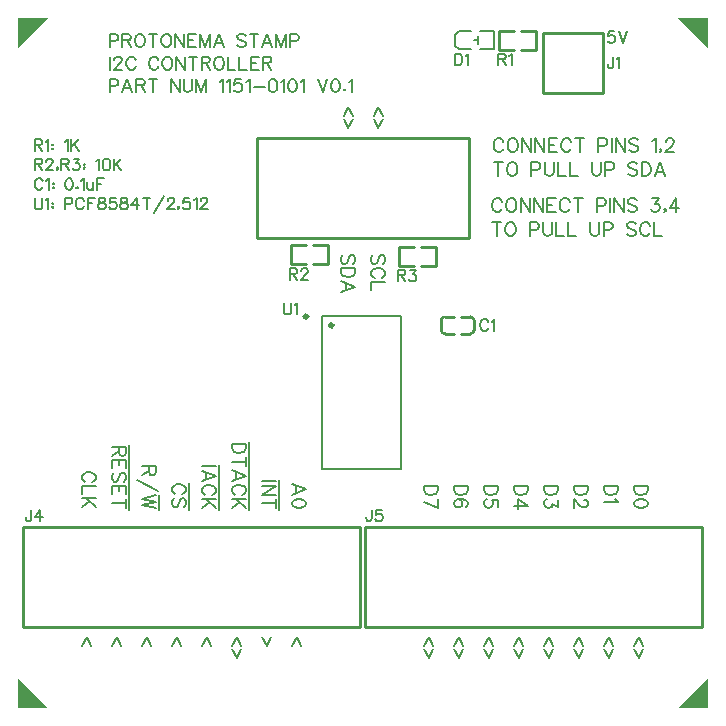
<source format=gto>
G04 Layer: TopSilkscreenLayer*
G04 Panelize: , Column: 2, Row: 2, Board Size: 58.42mm x 58.42mm, Panelized Board Size: 118.84mm x 118.84mm*
G04 EasyEDA v6.5.34, 2023-08-21 18:11:39*
G04 cee4ee92fcc340cbb195a6d854c32cc1,5a6b42c53f6a479593ecc07194224c93,10*
G04 Gerber Generator version 0.2*
G04 Scale: 100 percent, Rotated: No, Reflected: No *
G04 Dimensions in millimeters *
G04 leading zeros omitted , absolute positions ,4 integer and 5 decimal *
%FSLAX45Y45*%
%MOMM*%

%ADD10C,0.1524*%
%ADD11C,0.1270*%
%ADD12C,0.1500*%
%ADD13C,0.2540*%
%ADD14C,0.3000*%
%ADD15C,0.0139*%

%LPD*%
D10*
X774700Y5322315D02*
G01*
X774700Y5213350D01*
X774700Y5322315D02*
G01*
X821436Y5322315D01*
X836929Y5317236D01*
X842263Y5311902D01*
X847344Y5301487D01*
X847344Y5285994D01*
X842263Y5275579D01*
X836929Y5270500D01*
X821436Y5265165D01*
X774700Y5265165D01*
X923289Y5322315D02*
G01*
X881634Y5213350D01*
X923289Y5322315D02*
G01*
X964945Y5213350D01*
X897381Y5249671D02*
G01*
X949197Y5249671D01*
X999236Y5322315D02*
G01*
X999236Y5213350D01*
X999236Y5322315D02*
G01*
X1045971Y5322315D01*
X1061465Y5317236D01*
X1066800Y5311902D01*
X1071879Y5301487D01*
X1071879Y5291073D01*
X1066800Y5280660D01*
X1061465Y5275579D01*
X1045971Y5270500D01*
X999236Y5270500D01*
X1035557Y5270500D02*
G01*
X1071879Y5213350D01*
X1142492Y5322315D02*
G01*
X1142492Y5213350D01*
X1106170Y5322315D02*
G01*
X1178813Y5322315D01*
X1293113Y5322315D02*
G01*
X1293113Y5213350D01*
X1293113Y5322315D02*
G01*
X1366012Y5213350D01*
X1366012Y5322315D02*
G01*
X1366012Y5213350D01*
X1400302Y5322315D02*
G01*
X1400302Y5244337D01*
X1405381Y5228844D01*
X1415795Y5218429D01*
X1431289Y5213350D01*
X1441704Y5213350D01*
X1457452Y5218429D01*
X1467865Y5228844D01*
X1472945Y5244337D01*
X1472945Y5322315D01*
X1507236Y5322315D02*
G01*
X1507236Y5213350D01*
X1507236Y5322315D02*
G01*
X1548892Y5213350D01*
X1590294Y5322315D02*
G01*
X1548892Y5213350D01*
X1590294Y5322315D02*
G01*
X1590294Y5213350D01*
X1704594Y5301487D02*
G01*
X1715007Y5306821D01*
X1730755Y5322315D01*
X1730755Y5213350D01*
X1765045Y5301487D02*
G01*
X1775460Y5306821D01*
X1790954Y5322315D01*
X1790954Y5213350D01*
X1887473Y5322315D02*
G01*
X1835657Y5322315D01*
X1830323Y5275579D01*
X1835657Y5280660D01*
X1851152Y5285994D01*
X1866900Y5285994D01*
X1882394Y5280660D01*
X1892807Y5270500D01*
X1897887Y5254752D01*
X1897887Y5244337D01*
X1892807Y5228844D01*
X1882394Y5218429D01*
X1866900Y5213350D01*
X1851152Y5213350D01*
X1835657Y5218429D01*
X1830323Y5223510D01*
X1825244Y5233923D01*
X1932177Y5301487D02*
G01*
X1942591Y5306821D01*
X1958340Y5322315D01*
X1958340Y5213350D01*
X1992629Y5260086D02*
G01*
X2086102Y5260086D01*
X2151379Y5322315D02*
G01*
X2135886Y5317236D01*
X2125472Y5301487D01*
X2120391Y5275579D01*
X2120391Y5260086D01*
X2125472Y5233923D01*
X2135886Y5218429D01*
X2151379Y5213350D01*
X2161793Y5213350D01*
X2177541Y5218429D01*
X2187956Y5233923D01*
X2193036Y5260086D01*
X2193036Y5275579D01*
X2187956Y5301487D01*
X2177541Y5317236D01*
X2161793Y5322315D01*
X2151379Y5322315D01*
X2227325Y5301487D02*
G01*
X2237740Y5306821D01*
X2253234Y5322315D01*
X2253234Y5213350D01*
X2318765Y5322315D02*
G01*
X2303272Y5317236D01*
X2292858Y5301487D01*
X2287524Y5275579D01*
X2287524Y5260086D01*
X2292858Y5233923D01*
X2303272Y5218429D01*
X2318765Y5213350D01*
X2329179Y5213350D01*
X2344674Y5218429D01*
X2355088Y5233923D01*
X2360422Y5260086D01*
X2360422Y5275579D01*
X2355088Y5301487D01*
X2344674Y5317236D01*
X2329179Y5322315D01*
X2318765Y5322315D01*
X2394711Y5301487D02*
G01*
X2405125Y5306821D01*
X2420620Y5322315D01*
X2420620Y5213350D01*
X2534920Y5322315D02*
G01*
X2576575Y5213350D01*
X2617977Y5322315D02*
G01*
X2576575Y5213350D01*
X2683509Y5322315D02*
G01*
X2668015Y5317236D01*
X2657602Y5301487D01*
X2652268Y5275579D01*
X2652268Y5260086D01*
X2657602Y5233923D01*
X2668015Y5218429D01*
X2683509Y5213350D01*
X2693924Y5213350D01*
X2709418Y5218429D01*
X2719831Y5233923D01*
X2725165Y5260086D01*
X2725165Y5275579D01*
X2719831Y5301487D01*
X2709418Y5317236D01*
X2693924Y5322315D01*
X2683509Y5322315D01*
X2764536Y5239257D02*
G01*
X2759456Y5233923D01*
X2764536Y5228844D01*
X2769870Y5233923D01*
X2764536Y5239257D01*
X2804159Y5301487D02*
G01*
X2814320Y5306821D01*
X2830068Y5322315D01*
X2830068Y5213350D01*
X774700Y5512815D02*
G01*
X774700Y5403850D01*
X814070Y5486907D02*
G01*
X814070Y5491987D01*
X819404Y5502402D01*
X824484Y5507736D01*
X834897Y5512815D01*
X855726Y5512815D01*
X866139Y5507736D01*
X871220Y5502402D01*
X876554Y5491987D01*
X876554Y5481573D01*
X871220Y5471160D01*
X861060Y5455665D01*
X808989Y5403850D01*
X881634Y5403850D01*
X993902Y5486907D02*
G01*
X988821Y5497321D01*
X978407Y5507736D01*
X967994Y5512815D01*
X947165Y5512815D01*
X936752Y5507736D01*
X926337Y5497321D01*
X921257Y5486907D01*
X915923Y5471160D01*
X915923Y5445252D01*
X921257Y5429757D01*
X926337Y5419344D01*
X936752Y5408929D01*
X947165Y5403850D01*
X967994Y5403850D01*
X978407Y5408929D01*
X988821Y5419344D01*
X993902Y5429757D01*
X1186179Y5486907D02*
G01*
X1181100Y5497321D01*
X1170686Y5507736D01*
X1160271Y5512815D01*
X1139444Y5512815D01*
X1129029Y5507736D01*
X1118615Y5497321D01*
X1113536Y5486907D01*
X1108202Y5471160D01*
X1108202Y5445252D01*
X1113536Y5429757D01*
X1118615Y5419344D01*
X1129029Y5408929D01*
X1139444Y5403850D01*
X1160271Y5403850D01*
X1170686Y5408929D01*
X1181100Y5419344D01*
X1186179Y5429757D01*
X1251712Y5512815D02*
G01*
X1241297Y5507736D01*
X1230884Y5497321D01*
X1225550Y5486907D01*
X1220470Y5471160D01*
X1220470Y5445252D01*
X1225550Y5429757D01*
X1230884Y5419344D01*
X1241297Y5408929D01*
X1251712Y5403850D01*
X1272539Y5403850D01*
X1282700Y5408929D01*
X1293113Y5419344D01*
X1298447Y5429757D01*
X1303528Y5445252D01*
X1303528Y5471160D01*
X1298447Y5486907D01*
X1293113Y5497321D01*
X1282700Y5507736D01*
X1272539Y5512815D01*
X1251712Y5512815D01*
X1337818Y5512815D02*
G01*
X1337818Y5403850D01*
X1337818Y5512815D02*
G01*
X1410715Y5403850D01*
X1410715Y5512815D02*
G01*
X1410715Y5403850D01*
X1481328Y5512815D02*
G01*
X1481328Y5403850D01*
X1445005Y5512815D02*
G01*
X1517650Y5512815D01*
X1551939Y5512815D02*
G01*
X1551939Y5403850D01*
X1551939Y5512815D02*
G01*
X1598676Y5512815D01*
X1614170Y5507736D01*
X1619504Y5502402D01*
X1624584Y5491987D01*
X1624584Y5481573D01*
X1619504Y5471160D01*
X1614170Y5466079D01*
X1598676Y5461000D01*
X1551939Y5461000D01*
X1588262Y5461000D02*
G01*
X1624584Y5403850D01*
X1690115Y5512815D02*
G01*
X1679702Y5507736D01*
X1669287Y5497321D01*
X1664207Y5486907D01*
X1658873Y5471160D01*
X1658873Y5445252D01*
X1664207Y5429757D01*
X1669287Y5419344D01*
X1679702Y5408929D01*
X1690115Y5403850D01*
X1710944Y5403850D01*
X1721357Y5408929D01*
X1731771Y5419344D01*
X1736852Y5429757D01*
X1742186Y5445252D01*
X1742186Y5471160D01*
X1736852Y5486907D01*
X1731771Y5497321D01*
X1721357Y5507736D01*
X1710944Y5512815D01*
X1690115Y5512815D01*
X1776476Y5512815D02*
G01*
X1776476Y5403850D01*
X1776476Y5403850D02*
G01*
X1838705Y5403850D01*
X1872995Y5512815D02*
G01*
X1872995Y5403850D01*
X1872995Y5403850D02*
G01*
X1935479Y5403850D01*
X1969770Y5512815D02*
G01*
X1969770Y5403850D01*
X1969770Y5512815D02*
G01*
X2037079Y5512815D01*
X1969770Y5461000D02*
G01*
X2011172Y5461000D01*
X1969770Y5403850D02*
G01*
X2037079Y5403850D01*
X2071370Y5512815D02*
G01*
X2071370Y5403850D01*
X2071370Y5512815D02*
G01*
X2118359Y5512815D01*
X2133854Y5507736D01*
X2138934Y5502402D01*
X2144268Y5491987D01*
X2144268Y5481573D01*
X2138934Y5471160D01*
X2133854Y5466079D01*
X2118359Y5461000D01*
X2071370Y5461000D01*
X2107945Y5461000D02*
G01*
X2144268Y5403850D01*
X774700Y5703315D02*
G01*
X774700Y5594350D01*
X774700Y5703315D02*
G01*
X821436Y5703315D01*
X836929Y5698236D01*
X842263Y5692902D01*
X847344Y5682487D01*
X847344Y5666994D01*
X842263Y5656579D01*
X836929Y5651500D01*
X821436Y5646165D01*
X774700Y5646165D01*
X881634Y5703315D02*
G01*
X881634Y5594350D01*
X881634Y5703315D02*
G01*
X928370Y5703315D01*
X944118Y5698236D01*
X949197Y5692902D01*
X954531Y5682487D01*
X954531Y5672073D01*
X949197Y5661660D01*
X944118Y5656579D01*
X928370Y5651500D01*
X881634Y5651500D01*
X918210Y5651500D02*
G01*
X954531Y5594350D01*
X1019810Y5703315D02*
G01*
X1009650Y5698236D01*
X999236Y5687821D01*
X993902Y5677407D01*
X988821Y5661660D01*
X988821Y5635752D01*
X993902Y5620257D01*
X999236Y5609844D01*
X1009650Y5599429D01*
X1019810Y5594350D01*
X1040637Y5594350D01*
X1051052Y5599429D01*
X1061465Y5609844D01*
X1066800Y5620257D01*
X1071879Y5635752D01*
X1071879Y5661660D01*
X1066800Y5677407D01*
X1061465Y5687821D01*
X1051052Y5698236D01*
X1040637Y5703315D01*
X1019810Y5703315D01*
X1142492Y5703315D02*
G01*
X1142492Y5594350D01*
X1106170Y5703315D02*
G01*
X1178813Y5703315D01*
X1244345Y5703315D02*
G01*
X1233931Y5698236D01*
X1223518Y5687821D01*
X1218437Y5677407D01*
X1213104Y5661660D01*
X1213104Y5635752D01*
X1218437Y5620257D01*
X1223518Y5609844D01*
X1233931Y5599429D01*
X1244345Y5594350D01*
X1265173Y5594350D01*
X1275587Y5599429D01*
X1286002Y5609844D01*
X1291081Y5620257D01*
X1296415Y5635752D01*
X1296415Y5661660D01*
X1291081Y5677407D01*
X1286002Y5687821D01*
X1275587Y5698236D01*
X1265173Y5703315D01*
X1244345Y5703315D01*
X1330705Y5703315D02*
G01*
X1330705Y5594350D01*
X1330705Y5703315D02*
G01*
X1403350Y5594350D01*
X1403350Y5703315D02*
G01*
X1403350Y5594350D01*
X1437639Y5703315D02*
G01*
X1437639Y5594350D01*
X1437639Y5703315D02*
G01*
X1505204Y5703315D01*
X1437639Y5651500D02*
G01*
X1479295Y5651500D01*
X1437639Y5594350D02*
G01*
X1505204Y5594350D01*
X1539494Y5703315D02*
G01*
X1539494Y5594350D01*
X1539494Y5703315D02*
G01*
X1581150Y5594350D01*
X1622552Y5703315D02*
G01*
X1581150Y5594350D01*
X1622552Y5703315D02*
G01*
X1622552Y5594350D01*
X1698497Y5703315D02*
G01*
X1656842Y5594350D01*
X1698497Y5703315D02*
G01*
X1739900Y5594350D01*
X1672589Y5630671D02*
G01*
X1724405Y5630671D01*
X1927097Y5687821D02*
G01*
X1916684Y5698236D01*
X1901189Y5703315D01*
X1880362Y5703315D01*
X1864613Y5698236D01*
X1854200Y5687821D01*
X1854200Y5677407D01*
X1859534Y5666994D01*
X1864613Y5661660D01*
X1875028Y5656579D01*
X1906270Y5646165D01*
X1916684Y5641086D01*
X1921763Y5635752D01*
X1927097Y5625337D01*
X1927097Y5609844D01*
X1916684Y5599429D01*
X1901189Y5594350D01*
X1880362Y5594350D01*
X1864613Y5599429D01*
X1854200Y5609844D01*
X1997709Y5703315D02*
G01*
X1997709Y5594350D01*
X1961388Y5703315D02*
G01*
X2034031Y5703315D01*
X2109977Y5703315D02*
G01*
X2068322Y5594350D01*
X2109977Y5703315D02*
G01*
X2151379Y5594350D01*
X2084070Y5630671D02*
G01*
X2135886Y5630671D01*
X2185670Y5703315D02*
G01*
X2185670Y5594350D01*
X2185670Y5703315D02*
G01*
X2227325Y5594350D01*
X2268981Y5703315D02*
G01*
X2227325Y5594350D01*
X2268981Y5703315D02*
G01*
X2268981Y5594350D01*
X2303272Y5703315D02*
G01*
X2303272Y5594350D01*
X2303272Y5703315D02*
G01*
X2350008Y5703315D01*
X2365502Y5698236D01*
X2370836Y5692902D01*
X2375915Y5682487D01*
X2375915Y5666994D01*
X2370836Y5656579D01*
X2365502Y5651500D01*
X2350008Y5646165D01*
X2303272Y5646165D01*
X5045709Y5726937D02*
G01*
X5000243Y5726937D01*
X4995672Y5686044D01*
X5000243Y5690615D01*
X5013706Y5695187D01*
X5027422Y5695187D01*
X5041138Y5690615D01*
X5050281Y5681471D01*
X5054854Y5668010D01*
X5054854Y5658865D01*
X5050281Y5645150D01*
X5041138Y5636005D01*
X5027422Y5631434D01*
X5013706Y5631434D01*
X5000243Y5636005D01*
X4995672Y5640578D01*
X4991100Y5649721D01*
X5084825Y5726937D02*
G01*
X5121147Y5631434D01*
X5157470Y5726937D02*
G01*
X5121147Y5631434D01*
X5036565Y5511037D02*
G01*
X5036565Y5438394D01*
X5031993Y5424678D01*
X5027422Y5420105D01*
X5018277Y5415534D01*
X5009388Y5415534D01*
X5000243Y5420105D01*
X4995672Y5424678D01*
X4991100Y5438394D01*
X4991100Y5447537D01*
X5066538Y5493004D02*
G01*
X5075681Y5497576D01*
X5089397Y5511037D01*
X5089397Y5415534D01*
X108965Y1675637D02*
G01*
X108965Y1602994D01*
X104394Y1589278D01*
X99821Y1584705D01*
X90678Y1580134D01*
X81787Y1580134D01*
X72644Y1584705D01*
X68071Y1589278D01*
X63500Y1602994D01*
X63500Y1612137D01*
X184404Y1675637D02*
G01*
X138937Y1612137D01*
X207010Y1612137D01*
X184404Y1675637D02*
G01*
X184404Y1580134D01*
X2991865Y1675637D02*
G01*
X2991865Y1602994D01*
X2987293Y1589278D01*
X2982722Y1584705D01*
X2973577Y1580134D01*
X2964688Y1580134D01*
X2955543Y1584705D01*
X2950972Y1589278D01*
X2946400Y1602994D01*
X2946400Y1612137D01*
X3076447Y1675637D02*
G01*
X3030981Y1675637D01*
X3026409Y1634744D01*
X3030981Y1639315D01*
X3044697Y1643887D01*
X3058159Y1643887D01*
X3071875Y1639315D01*
X3081020Y1630171D01*
X3085591Y1616710D01*
X3085591Y1607565D01*
X3081020Y1593850D01*
X3071875Y1584705D01*
X3058159Y1580134D01*
X3044697Y1580134D01*
X3030981Y1584705D01*
X3026409Y1589278D01*
X3021838Y1598421D01*
X3009188Y4984089D02*
G01*
X3050082Y4911191D01*
X3090976Y4984089D01*
X3009188Y5014061D02*
G01*
X3050082Y5086705D01*
X3090976Y5014061D01*
X2755188Y4984089D02*
G01*
X2796082Y4911191D01*
X2836976Y4984089D01*
X2755188Y5014061D02*
G01*
X2796082Y5086705D01*
X2836976Y5014061D01*
X139700Y4812537D02*
G01*
X139700Y4717034D01*
X139700Y4812537D02*
G01*
X180594Y4812537D01*
X194310Y4807965D01*
X198881Y4803394D01*
X203454Y4794504D01*
X203454Y4785360D01*
X198881Y4776215D01*
X194310Y4771644D01*
X180594Y4767071D01*
X139700Y4767071D01*
X171450Y4767071D02*
G01*
X203454Y4717034D01*
X233426Y4794504D02*
G01*
X242315Y4799076D01*
X256031Y4812537D01*
X256031Y4717034D01*
X290576Y4771644D02*
G01*
X286004Y4767071D01*
X290576Y4762500D01*
X295147Y4767071D01*
X290576Y4771644D01*
X290576Y4739894D02*
G01*
X286004Y4735321D01*
X290576Y4730750D01*
X295147Y4735321D01*
X290576Y4739894D01*
X395223Y4794504D02*
G01*
X404368Y4799076D01*
X417829Y4812537D01*
X417829Y4717034D01*
X447802Y4812537D02*
G01*
X447802Y4717034D01*
X511555Y4812537D02*
G01*
X447802Y4749037D01*
X470662Y4771644D02*
G01*
X511555Y4717034D01*
X139700Y4317237D02*
G01*
X139700Y4249165D01*
X144271Y4235450D01*
X153415Y4226305D01*
X166878Y4221734D01*
X176021Y4221734D01*
X189737Y4226305D01*
X198881Y4235450D01*
X203454Y4249165D01*
X203454Y4317237D01*
X233426Y4299204D02*
G01*
X242315Y4303776D01*
X256031Y4317237D01*
X256031Y4221734D01*
X290576Y4276344D02*
G01*
X286004Y4271771D01*
X290576Y4267200D01*
X295147Y4271771D01*
X290576Y4276344D01*
X290576Y4244594D02*
G01*
X286004Y4240021D01*
X290576Y4235450D01*
X295147Y4240021D01*
X290576Y4244594D01*
X395223Y4317237D02*
G01*
X395223Y4221734D01*
X395223Y4317237D02*
G01*
X436118Y4317237D01*
X449579Y4312665D01*
X454152Y4308094D01*
X458723Y4299204D01*
X458723Y4285487D01*
X454152Y4276344D01*
X449579Y4271771D01*
X436118Y4267200D01*
X395223Y4267200D01*
X557021Y4294631D02*
G01*
X552450Y4303776D01*
X543305Y4312665D01*
X534162Y4317237D01*
X516128Y4317237D01*
X506984Y4312665D01*
X497839Y4303776D01*
X493268Y4294631D01*
X488695Y4280915D01*
X488695Y4258310D01*
X493268Y4244594D01*
X497839Y4235450D01*
X506984Y4226305D01*
X516128Y4221734D01*
X534162Y4221734D01*
X543305Y4226305D01*
X552450Y4235450D01*
X557021Y4244594D01*
X586994Y4317237D02*
G01*
X586994Y4221734D01*
X586994Y4317237D02*
G01*
X646176Y4317237D01*
X586994Y4271771D02*
G01*
X623315Y4271771D01*
X698754Y4317237D02*
G01*
X685037Y4312665D01*
X680720Y4303776D01*
X680720Y4294631D01*
X685037Y4285487D01*
X694181Y4280915D01*
X712470Y4276344D01*
X726186Y4271771D01*
X735076Y4262881D01*
X739647Y4253737D01*
X739647Y4240021D01*
X735076Y4230878D01*
X730504Y4226305D01*
X717042Y4221734D01*
X698754Y4221734D01*
X685037Y4226305D01*
X680720Y4230878D01*
X676147Y4240021D01*
X676147Y4253737D01*
X680720Y4262881D01*
X689610Y4271771D01*
X703326Y4276344D01*
X721613Y4280915D01*
X730504Y4285487D01*
X735076Y4294631D01*
X735076Y4303776D01*
X730504Y4312665D01*
X717042Y4317237D01*
X698754Y4317237D01*
X824229Y4317237D02*
G01*
X778763Y4317237D01*
X774192Y4276344D01*
X778763Y4280915D01*
X792479Y4285487D01*
X805942Y4285487D01*
X819657Y4280915D01*
X828802Y4271771D01*
X833373Y4258310D01*
X833373Y4249165D01*
X828802Y4235450D01*
X819657Y4226305D01*
X805942Y4221734D01*
X792479Y4221734D01*
X778763Y4226305D01*
X774192Y4230878D01*
X769620Y4240021D01*
X885952Y4317237D02*
G01*
X872489Y4312665D01*
X867918Y4303776D01*
X867918Y4294631D01*
X872489Y4285487D01*
X881634Y4280915D01*
X899668Y4276344D01*
X913384Y4271771D01*
X922528Y4262881D01*
X926845Y4253737D01*
X926845Y4240021D01*
X922528Y4230878D01*
X917955Y4226305D01*
X904239Y4221734D01*
X885952Y4221734D01*
X872489Y4226305D01*
X867918Y4230878D01*
X863345Y4240021D01*
X863345Y4253737D01*
X867918Y4262881D01*
X877062Y4271771D01*
X890523Y4276344D01*
X908812Y4280915D01*
X917955Y4285487D01*
X922528Y4294631D01*
X922528Y4303776D01*
X917955Y4312665D01*
X904239Y4317237D01*
X885952Y4317237D01*
X1002537Y4317237D02*
G01*
X957071Y4253737D01*
X1025144Y4253737D01*
X1002537Y4317237D02*
G01*
X1002537Y4221734D01*
X1086865Y4317237D02*
G01*
X1086865Y4221734D01*
X1055115Y4317237D02*
G01*
X1118870Y4317237D01*
X1230629Y4335526D02*
G01*
X1148842Y4189984D01*
X1265173Y4294631D02*
G01*
X1265173Y4299204D01*
X1269745Y4308094D01*
X1274318Y4312665D01*
X1283207Y4317237D01*
X1301495Y4317237D01*
X1310639Y4312665D01*
X1315212Y4308094D01*
X1319784Y4299204D01*
X1319784Y4290060D01*
X1315212Y4280915D01*
X1306068Y4267200D01*
X1260602Y4221734D01*
X1324355Y4221734D01*
X1363218Y4240021D02*
G01*
X1358900Y4235450D01*
X1354328Y4240021D01*
X1358900Y4244594D01*
X1363218Y4240021D01*
X1363218Y4230878D01*
X1354328Y4221734D01*
X1447800Y4317237D02*
G01*
X1402334Y4317237D01*
X1397762Y4276344D01*
X1402334Y4280915D01*
X1416050Y4285487D01*
X1429765Y4285487D01*
X1443228Y4280915D01*
X1452371Y4271771D01*
X1456944Y4258310D01*
X1456944Y4249165D01*
X1452371Y4235450D01*
X1443228Y4226305D01*
X1429765Y4221734D01*
X1416050Y4221734D01*
X1402334Y4226305D01*
X1397762Y4230878D01*
X1393444Y4240021D01*
X1486915Y4299204D02*
G01*
X1496060Y4303776D01*
X1509776Y4317237D01*
X1509776Y4221734D01*
X1544320Y4294631D02*
G01*
X1544320Y4299204D01*
X1548892Y4308094D01*
X1553210Y4312665D01*
X1562354Y4317237D01*
X1580642Y4317237D01*
X1589786Y4312665D01*
X1594357Y4308094D01*
X1598676Y4299204D01*
X1598676Y4290060D01*
X1594357Y4280915D01*
X1585213Y4267200D01*
X1539747Y4221734D01*
X1603247Y4221734D01*
X139700Y4647437D02*
G01*
X139700Y4551934D01*
X139700Y4647437D02*
G01*
X180594Y4647437D01*
X194310Y4642865D01*
X198881Y4638294D01*
X203454Y4629404D01*
X203454Y4620260D01*
X198881Y4611115D01*
X194310Y4606544D01*
X180594Y4601971D01*
X139700Y4601971D01*
X171450Y4601971D02*
G01*
X203454Y4551934D01*
X237997Y4624831D02*
G01*
X237997Y4629404D01*
X242315Y4638294D01*
X246887Y4642865D01*
X256031Y4647437D01*
X274320Y4647437D01*
X283210Y4642865D01*
X287781Y4638294D01*
X292354Y4629404D01*
X292354Y4620260D01*
X287781Y4611115D01*
X278892Y4597400D01*
X233426Y4551934D01*
X296926Y4551934D01*
X336042Y4570221D02*
G01*
X331470Y4565650D01*
X326897Y4570221D01*
X331470Y4574794D01*
X336042Y4570221D01*
X336042Y4561078D01*
X326897Y4551934D01*
X366013Y4647437D02*
G01*
X366013Y4551934D01*
X366013Y4647437D02*
G01*
X406907Y4647437D01*
X420623Y4642865D01*
X425195Y4638294D01*
X429768Y4629404D01*
X429768Y4620260D01*
X425195Y4611115D01*
X420623Y4606544D01*
X406907Y4601971D01*
X366013Y4601971D01*
X397763Y4601971D02*
G01*
X429768Y4551934D01*
X468884Y4647437D02*
G01*
X518668Y4647437D01*
X491489Y4611115D01*
X505205Y4611115D01*
X514350Y4606544D01*
X518668Y4601971D01*
X523239Y4588510D01*
X523239Y4579365D01*
X518668Y4565650D01*
X509778Y4556505D01*
X496062Y4551934D01*
X482345Y4551934D01*
X468884Y4556505D01*
X464312Y4561078D01*
X459739Y4570221D01*
X557784Y4606544D02*
G01*
X553212Y4601971D01*
X557784Y4597400D01*
X562355Y4601971D01*
X557784Y4606544D01*
X557784Y4574794D02*
G01*
X553212Y4570221D01*
X557784Y4565650D01*
X562355Y4570221D01*
X557784Y4574794D01*
X662431Y4629404D02*
G01*
X671576Y4633976D01*
X685037Y4647437D01*
X685037Y4551934D01*
X742442Y4647437D02*
G01*
X728726Y4642865D01*
X719581Y4629404D01*
X715263Y4606544D01*
X715263Y4593081D01*
X719581Y4570221D01*
X728726Y4556505D01*
X742442Y4551934D01*
X751586Y4551934D01*
X765047Y4556505D01*
X774192Y4570221D01*
X778763Y4593081D01*
X778763Y4606544D01*
X774192Y4629404D01*
X765047Y4642865D01*
X751586Y4647437D01*
X742442Y4647437D01*
X808736Y4647437D02*
G01*
X808736Y4551934D01*
X872489Y4647437D02*
G01*
X808736Y4583937D01*
X831595Y4606544D02*
G01*
X872489Y4551934D01*
X207771Y4459731D02*
G01*
X203454Y4468876D01*
X194310Y4477765D01*
X185165Y4482337D01*
X166878Y4482337D01*
X157987Y4477765D01*
X148844Y4468876D01*
X144271Y4459731D01*
X139700Y4446015D01*
X139700Y4423410D01*
X144271Y4409694D01*
X148844Y4400550D01*
X157987Y4391405D01*
X166878Y4386834D01*
X185165Y4386834D01*
X194310Y4391405D01*
X203454Y4400550D01*
X207771Y4409694D01*
X237997Y4464304D02*
G01*
X246887Y4468876D01*
X260604Y4482337D01*
X260604Y4386834D01*
X295147Y4441444D02*
G01*
X290576Y4436871D01*
X295147Y4432300D01*
X299720Y4436871D01*
X295147Y4441444D01*
X295147Y4409694D02*
G01*
X290576Y4405121D01*
X295147Y4400550D01*
X299720Y4405121D01*
X295147Y4409694D01*
X426973Y4482337D02*
G01*
X413257Y4477765D01*
X404368Y4464304D01*
X399795Y4441444D01*
X399795Y4427981D01*
X404368Y4405121D01*
X413257Y4391405D01*
X426973Y4386834D01*
X436118Y4386834D01*
X449579Y4391405D01*
X458723Y4405121D01*
X463295Y4427981D01*
X463295Y4441444D01*
X458723Y4464304D01*
X449579Y4477765D01*
X436118Y4482337D01*
X426973Y4482337D01*
X497839Y4409694D02*
G01*
X493268Y4405121D01*
X497839Y4400550D01*
X502412Y4405121D01*
X497839Y4409694D01*
X532384Y4464304D02*
G01*
X541528Y4468876D01*
X555244Y4482337D01*
X555244Y4386834D01*
X585215Y4450587D02*
G01*
X585215Y4405121D01*
X589787Y4391405D01*
X598678Y4386834D01*
X612394Y4386834D01*
X621537Y4391405D01*
X635254Y4405121D01*
X635254Y4450587D02*
G01*
X635254Y4386834D01*
X665226Y4482337D02*
G01*
X665226Y4386834D01*
X665226Y4482337D02*
G01*
X724154Y4482337D01*
X665226Y4436871D02*
G01*
X701547Y4436871D01*
X627176Y1912112D02*
G01*
X638098Y1917445D01*
X649020Y1928368D01*
X654608Y1939289D01*
X654608Y1961134D01*
X649020Y1972055D01*
X638098Y1982978D01*
X627176Y1988565D01*
X610920Y1993900D01*
X583488Y1993900D01*
X567232Y1988565D01*
X556310Y1982978D01*
X545388Y1972055D01*
X540054Y1961134D01*
X540054Y1939289D01*
X545388Y1928368D01*
X556310Y1917445D01*
X567232Y1912112D01*
X654608Y1876044D02*
G01*
X540054Y1876044D01*
X540054Y1876044D02*
G01*
X540054Y1810512D01*
X654608Y1774697D02*
G01*
X540054Y1774697D01*
X654608Y1698244D02*
G01*
X578154Y1774697D01*
X605332Y1747265D02*
G01*
X540054Y1698244D01*
X908608Y2209800D02*
G01*
X794054Y2209800D01*
X908608Y2209800D02*
G01*
X908608Y2160778D01*
X903020Y2144268D01*
X897686Y2138934D01*
X886764Y2133345D01*
X875842Y2133345D01*
X864920Y2138934D01*
X859332Y2144268D01*
X853998Y2160778D01*
X853998Y2209800D01*
X853998Y2171700D02*
G01*
X794054Y2133345D01*
X908608Y2097531D02*
G01*
X794054Y2097531D01*
X908608Y2097531D02*
G01*
X908608Y2026412D01*
X853998Y2097531D02*
G01*
X853998Y2053844D01*
X794054Y2097531D02*
G01*
X794054Y2026412D01*
X892098Y1914144D02*
G01*
X903020Y1925065D01*
X908608Y1941321D01*
X908608Y1963165D01*
X903020Y1979676D01*
X892098Y1990597D01*
X881176Y1990597D01*
X870254Y1985010D01*
X864920Y1979676D01*
X859332Y1968754D01*
X848410Y1935987D01*
X843076Y1925065D01*
X837488Y1919731D01*
X826566Y1914144D01*
X810310Y1914144D01*
X799388Y1925065D01*
X794054Y1941321D01*
X794054Y1963165D01*
X799388Y1979676D01*
X810310Y1990597D01*
X908608Y1878076D02*
G01*
X794054Y1878076D01*
X908608Y1878076D02*
G01*
X908608Y1807210D01*
X853998Y1878076D02*
G01*
X853998Y1834642D01*
X794054Y1878076D02*
G01*
X794054Y1807210D01*
X908608Y1733042D02*
G01*
X794054Y1733042D01*
X908608Y1771142D02*
G01*
X908608Y1694942D01*
X1162557Y2044700D02*
G01*
X1048004Y2044700D01*
X1162557Y2044700D02*
G01*
X1162557Y1995678D01*
X1156970Y1979168D01*
X1151636Y1973834D01*
X1140713Y1968245D01*
X1129792Y1968245D01*
X1118870Y1973834D01*
X1113281Y1979168D01*
X1107947Y1995678D01*
X1107947Y2044700D01*
X1107947Y2006600D02*
G01*
X1048004Y1968245D01*
X1184402Y1834134D02*
G01*
X1009650Y1932431D01*
X1162557Y1798065D02*
G01*
X1048004Y1770887D01*
X1162557Y1743710D02*
G01*
X1048004Y1770887D01*
X1162557Y1743710D02*
G01*
X1048004Y1716278D01*
X1162557Y1689100D02*
G01*
X1048004Y1716278D01*
X1389176Y1810512D02*
G01*
X1400098Y1815845D01*
X1411020Y1826768D01*
X1416608Y1837689D01*
X1416608Y1859534D01*
X1411020Y1870455D01*
X1400098Y1881378D01*
X1389176Y1886965D01*
X1372920Y1892300D01*
X1345488Y1892300D01*
X1329232Y1886965D01*
X1318310Y1881378D01*
X1307388Y1870455D01*
X1302054Y1859534D01*
X1302054Y1837689D01*
X1307388Y1826768D01*
X1318310Y1815845D01*
X1329232Y1810512D01*
X1400098Y1698244D02*
G01*
X1411020Y1708912D01*
X1416608Y1725421D01*
X1416608Y1747265D01*
X1411020Y1763521D01*
X1400098Y1774444D01*
X1389176Y1774444D01*
X1378254Y1769110D01*
X1372920Y1763521D01*
X1367332Y1752600D01*
X1356410Y1719834D01*
X1351076Y1708912D01*
X1345488Y1703578D01*
X1334566Y1698244D01*
X1318310Y1698244D01*
X1307388Y1708912D01*
X1302054Y1725421D01*
X1302054Y1747265D01*
X1307388Y1763521D01*
X1318310Y1774444D01*
X1670608Y2044700D02*
G01*
X1556054Y2044700D01*
X1670608Y1964944D02*
G01*
X1556054Y2008631D01*
X1670608Y1964944D02*
G01*
X1556054Y1921510D01*
X1594154Y1992376D02*
G01*
X1594154Y1937765D01*
X1643176Y1803654D02*
G01*
X1654098Y1808987D01*
X1665020Y1819910D01*
X1670608Y1830831D01*
X1670608Y1852676D01*
X1665020Y1863597D01*
X1654098Y1874520D01*
X1643176Y1879854D01*
X1626920Y1885442D01*
X1599488Y1885442D01*
X1583232Y1879854D01*
X1572310Y1874520D01*
X1561388Y1863597D01*
X1556054Y1852676D01*
X1556054Y1830831D01*
X1561388Y1819910D01*
X1572310Y1808987D01*
X1583232Y1803654D01*
X1670608Y1767586D02*
G01*
X1556054Y1767586D01*
X1670608Y1691131D02*
G01*
X1594154Y1767586D01*
X1621332Y1740407D02*
G01*
X1556054Y1691131D01*
X1924557Y2235200D02*
G01*
X1810004Y2235200D01*
X1924557Y2235200D02*
G01*
X1924557Y2197100D01*
X1918970Y2180589D01*
X1908047Y2169668D01*
X1897126Y2164334D01*
X1880870Y2158745D01*
X1853692Y2158745D01*
X1837181Y2164334D01*
X1826260Y2169668D01*
X1815337Y2180589D01*
X1810004Y2197100D01*
X1810004Y2235200D01*
X1924557Y2084578D02*
G01*
X1810004Y2084578D01*
X1924557Y2122931D02*
G01*
X1924557Y2046478D01*
X1924557Y1966721D02*
G01*
X1810004Y2010410D01*
X1924557Y1966721D02*
G01*
X1810004Y1923287D01*
X1848104Y1994154D02*
G01*
X1848104Y1939544D01*
X1897126Y1805431D02*
G01*
X1908047Y1810765D01*
X1918970Y1821687D01*
X1924557Y1832610D01*
X1924557Y1854454D01*
X1918970Y1865376D01*
X1908047Y1876297D01*
X1897126Y1881631D01*
X1880870Y1887220D01*
X1853692Y1887220D01*
X1837181Y1881631D01*
X1826260Y1876297D01*
X1815337Y1865376D01*
X1810004Y1854454D01*
X1810004Y1832610D01*
X1815337Y1821687D01*
X1826260Y1810765D01*
X1837181Y1805431D01*
X1924557Y1769363D02*
G01*
X1810004Y1769363D01*
X1924557Y1692910D02*
G01*
X1848104Y1769363D01*
X1875281Y1742186D02*
G01*
X1810004Y1692910D01*
X2178608Y1917700D02*
G01*
X2064054Y1917700D01*
X2178608Y1881631D02*
G01*
X2064054Y1881631D01*
X2178608Y1881631D02*
G01*
X2064054Y1805431D01*
X2178608Y1805431D02*
G01*
X2064054Y1805431D01*
X2178608Y1731263D02*
G01*
X2064054Y1731263D01*
X2178608Y1769363D02*
G01*
X2178608Y1692910D01*
X2432608Y1848612D02*
G01*
X2318054Y1892300D01*
X2432608Y1848612D02*
G01*
X2318054Y1804923D01*
X2356154Y1876044D02*
G01*
X2356154Y1821434D01*
X2432608Y1736344D02*
G01*
X2427020Y1752600D01*
X2410764Y1763521D01*
X2383332Y1769110D01*
X2367076Y1769110D01*
X2339644Y1763521D01*
X2323388Y1752600D01*
X2318054Y1736344D01*
X2318054Y1725421D01*
X2323388Y1708912D01*
X2339644Y1698244D01*
X2367076Y1692655D01*
X2383332Y1692655D01*
X2410764Y1698244D01*
X2427020Y1708912D01*
X2432608Y1725421D01*
X2432608Y1736344D01*
X3550208Y1879600D02*
G01*
X3435654Y1879600D01*
X3550208Y1879600D02*
G01*
X3550208Y1841500D01*
X3544620Y1824989D01*
X3533698Y1814068D01*
X3522776Y1808734D01*
X3506520Y1803145D01*
X3479088Y1803145D01*
X3462832Y1808734D01*
X3451910Y1814068D01*
X3440988Y1824989D01*
X3435654Y1841500D01*
X3435654Y1879600D01*
X3550208Y1690878D02*
G01*
X3435654Y1745487D01*
X3550208Y1767331D02*
G01*
X3550208Y1690878D01*
X3804208Y1879600D02*
G01*
X3689654Y1879600D01*
X3804208Y1879600D02*
G01*
X3804208Y1841500D01*
X3798620Y1824989D01*
X3787698Y1814068D01*
X3776776Y1808734D01*
X3760520Y1803145D01*
X3733088Y1803145D01*
X3716832Y1808734D01*
X3705910Y1814068D01*
X3694988Y1824989D01*
X3689654Y1841500D01*
X3689654Y1879600D01*
X3787698Y1701800D02*
G01*
X3798620Y1707134D01*
X3804208Y1723644D01*
X3804208Y1734565D01*
X3798620Y1750821D01*
X3782364Y1761744D01*
X3754932Y1767331D01*
X3727754Y1767331D01*
X3705910Y1761744D01*
X3694988Y1750821D01*
X3689654Y1734565D01*
X3689654Y1728978D01*
X3694988Y1712721D01*
X3705910Y1701800D01*
X3722166Y1696212D01*
X3727754Y1696212D01*
X3744010Y1701800D01*
X3754932Y1712721D01*
X3760520Y1728978D01*
X3760520Y1734565D01*
X3754932Y1750821D01*
X3744010Y1761744D01*
X3727754Y1767331D01*
X4058158Y1879600D02*
G01*
X3943604Y1879600D01*
X4058158Y1879600D02*
G01*
X4058158Y1841500D01*
X4052570Y1824989D01*
X4041647Y1814068D01*
X4030725Y1808734D01*
X4014470Y1803145D01*
X3987291Y1803145D01*
X3970781Y1808734D01*
X3959859Y1814068D01*
X3948938Y1824989D01*
X3943604Y1841500D01*
X3943604Y1879600D01*
X4058158Y1701800D02*
G01*
X4058158Y1756410D01*
X4008881Y1761744D01*
X4014470Y1756410D01*
X4019804Y1739900D01*
X4019804Y1723644D01*
X4014470Y1707134D01*
X4003547Y1696212D01*
X3987291Y1690878D01*
X3976370Y1690878D01*
X3959859Y1696212D01*
X3948938Y1707134D01*
X3943604Y1723644D01*
X3943604Y1739900D01*
X3948938Y1756410D01*
X3954525Y1761744D01*
X3965447Y1767331D01*
X4312158Y1879600D02*
G01*
X4197604Y1879600D01*
X4312158Y1879600D02*
G01*
X4312158Y1841500D01*
X4306570Y1824989D01*
X4295647Y1814068D01*
X4284725Y1808734D01*
X4268470Y1803145D01*
X4241291Y1803145D01*
X4224781Y1808734D01*
X4213859Y1814068D01*
X4202938Y1824989D01*
X4197604Y1841500D01*
X4197604Y1879600D01*
X4312158Y1712721D02*
G01*
X4235704Y1767331D01*
X4235704Y1685544D01*
X4312158Y1712721D02*
G01*
X4197604Y1712721D01*
X4566158Y1879600D02*
G01*
X4451604Y1879600D01*
X4566158Y1879600D02*
G01*
X4566158Y1841500D01*
X4560570Y1824989D01*
X4549647Y1814068D01*
X4538725Y1808734D01*
X4522470Y1803145D01*
X4495291Y1803145D01*
X4478781Y1808734D01*
X4467859Y1814068D01*
X4456938Y1824989D01*
X4451604Y1841500D01*
X4451604Y1879600D01*
X4566158Y1756410D02*
G01*
X4566158Y1696212D01*
X4522470Y1728978D01*
X4522470Y1712721D01*
X4516881Y1701800D01*
X4511547Y1696212D01*
X4495291Y1690878D01*
X4484370Y1690878D01*
X4467859Y1696212D01*
X4456938Y1707134D01*
X4451604Y1723644D01*
X4451604Y1739900D01*
X4456938Y1756410D01*
X4462525Y1761744D01*
X4473447Y1767331D01*
X4820158Y1879600D02*
G01*
X4705604Y1879600D01*
X4820158Y1879600D02*
G01*
X4820158Y1841500D01*
X4814570Y1824989D01*
X4803647Y1814068D01*
X4792725Y1808734D01*
X4776470Y1803145D01*
X4749291Y1803145D01*
X4732781Y1808734D01*
X4721859Y1814068D01*
X4710938Y1824989D01*
X4705604Y1841500D01*
X4705604Y1879600D01*
X4792725Y1761744D02*
G01*
X4798313Y1761744D01*
X4809236Y1756410D01*
X4814570Y1750821D01*
X4820158Y1739900D01*
X4820158Y1718055D01*
X4814570Y1707134D01*
X4809236Y1701800D01*
X4798313Y1696212D01*
X4787391Y1696212D01*
X4776470Y1701800D01*
X4760213Y1712721D01*
X4705604Y1767331D01*
X4705604Y1690878D01*
X5074158Y1879600D02*
G01*
X4959604Y1879600D01*
X5074158Y1879600D02*
G01*
X5074158Y1841500D01*
X5068570Y1824989D01*
X5057647Y1814068D01*
X5046725Y1808734D01*
X5030470Y1803145D01*
X5003291Y1803145D01*
X4986781Y1808734D01*
X4975859Y1814068D01*
X4964938Y1824989D01*
X4959604Y1841500D01*
X4959604Y1879600D01*
X5052313Y1767331D02*
G01*
X5057647Y1756410D01*
X5074158Y1739900D01*
X4959604Y1739900D01*
X5328158Y1879600D02*
G01*
X5213604Y1879600D01*
X5328158Y1879600D02*
G01*
X5328158Y1841500D01*
X5322570Y1824989D01*
X5311647Y1814068D01*
X5300725Y1808734D01*
X5284470Y1803145D01*
X5257291Y1803145D01*
X5240781Y1808734D01*
X5229859Y1814068D01*
X5218938Y1824989D01*
X5213604Y1841500D01*
X5213604Y1879600D01*
X5328158Y1734565D02*
G01*
X5322570Y1750821D01*
X5306313Y1761744D01*
X5278881Y1767331D01*
X5262625Y1767331D01*
X5235447Y1761744D01*
X5218938Y1750821D01*
X5213604Y1734565D01*
X5213604Y1723644D01*
X5218938Y1707134D01*
X5235447Y1696212D01*
X5262625Y1690878D01*
X5278881Y1690878D01*
X5306313Y1696212D01*
X5322570Y1707134D01*
X5328158Y1723644D01*
X5328158Y1734565D01*
X3516020Y524154D02*
G01*
X3475126Y596798D01*
X3433978Y524154D01*
X3516020Y494182D02*
G01*
X3475126Y421538D01*
X3433978Y494182D01*
X3770020Y524154D02*
G01*
X3729126Y596798D01*
X3687978Y524154D01*
X3770020Y494182D02*
G01*
X3729126Y421538D01*
X3687978Y494182D01*
X4024020Y524154D02*
G01*
X3983126Y596798D01*
X3941978Y524154D01*
X4024020Y494182D02*
G01*
X3983126Y421538D01*
X3941978Y494182D01*
X4278020Y524154D02*
G01*
X4237126Y596798D01*
X4195978Y524154D01*
X4278020Y494182D02*
G01*
X4237126Y421538D01*
X4195978Y494182D01*
X4532020Y524154D02*
G01*
X4491126Y596798D01*
X4449978Y524154D01*
X4532020Y494182D02*
G01*
X4491126Y421538D01*
X4449978Y494182D01*
X4786020Y524154D02*
G01*
X4745126Y596798D01*
X4703978Y524154D01*
X4786020Y494182D02*
G01*
X4745126Y421538D01*
X4703978Y494182D01*
X5040020Y524154D02*
G01*
X4999126Y596798D01*
X4957978Y524154D01*
X5040020Y494182D02*
G01*
X4999126Y421538D01*
X4957978Y494182D01*
X5294020Y524154D02*
G01*
X5253126Y596798D01*
X5211978Y524154D01*
X5294020Y494182D02*
G01*
X5253126Y421538D01*
X5211978Y494182D01*
X2398420Y524154D02*
G01*
X2357526Y596798D01*
X2316378Y524154D01*
X1636420Y524154D02*
G01*
X1595526Y596798D01*
X1554378Y524154D01*
X1128420Y524154D02*
G01*
X1087526Y596798D01*
X1046378Y524154D01*
X1382420Y524154D02*
G01*
X1341526Y596798D01*
X1300378Y524154D01*
X874420Y524154D02*
G01*
X833526Y596798D01*
X792378Y524154D01*
X620420Y524154D02*
G01*
X579526Y596798D01*
X538378Y524154D01*
X1890420Y524154D02*
G01*
X1849526Y596798D01*
X1808378Y524154D01*
X1890420Y494182D02*
G01*
X1849526Y421538D01*
X1808378Y494182D01*
X2144420Y596798D02*
G01*
X2103526Y524154D01*
X2062378Y596798D01*
X2835147Y3758945D02*
G01*
X2846070Y3769868D01*
X2851658Y3786378D01*
X2851658Y3808221D01*
X2846070Y3824478D01*
X2835147Y3835400D01*
X2824225Y3835400D01*
X2813304Y3830065D01*
X2807970Y3824478D01*
X2802381Y3813555D01*
X2791713Y3780789D01*
X2786125Y3769868D01*
X2780791Y3764534D01*
X2769870Y3758945D01*
X2753359Y3758945D01*
X2742438Y3769868D01*
X2737104Y3786378D01*
X2737104Y3808221D01*
X2742438Y3824478D01*
X2753359Y3835400D01*
X2851658Y3723131D02*
G01*
X2737104Y3723131D01*
X2851658Y3723131D02*
G01*
X2851658Y3684778D01*
X2846070Y3668521D01*
X2835147Y3657600D01*
X2824225Y3652012D01*
X2807970Y3646678D01*
X2780791Y3646678D01*
X2764281Y3652012D01*
X2753359Y3657600D01*
X2742438Y3668521D01*
X2737104Y3684778D01*
X2737104Y3723131D01*
X2851658Y3566921D02*
G01*
X2737104Y3610610D01*
X2851658Y3566921D02*
G01*
X2737104Y3523487D01*
X2775204Y3594354D02*
G01*
X2775204Y3539744D01*
X3089147Y3758945D02*
G01*
X3100070Y3769868D01*
X3105658Y3786378D01*
X3105658Y3808221D01*
X3100070Y3824478D01*
X3089147Y3835400D01*
X3078225Y3835400D01*
X3067304Y3830065D01*
X3061970Y3824478D01*
X3056381Y3813555D01*
X3045713Y3780789D01*
X3040125Y3769868D01*
X3034791Y3764534D01*
X3023870Y3758945D01*
X3007359Y3758945D01*
X2996438Y3769868D01*
X2991104Y3786378D01*
X2991104Y3808221D01*
X2996438Y3824478D01*
X3007359Y3835400D01*
X3078225Y3641344D02*
G01*
X3089147Y3646678D01*
X3100070Y3657600D01*
X3105658Y3668521D01*
X3105658Y3690365D01*
X3100070Y3701287D01*
X3089147Y3712210D01*
X3078225Y3717544D01*
X3061970Y3723131D01*
X3034791Y3723131D01*
X3018281Y3717544D01*
X3007359Y3712210D01*
X2996438Y3701287D01*
X2991104Y3690365D01*
X2991104Y3668521D01*
X2996438Y3657600D01*
X3007359Y3646678D01*
X3018281Y3641344D01*
X3105658Y3605276D02*
G01*
X2991104Y3605276D01*
X2991104Y3605276D02*
G01*
X2991104Y3539744D01*
X4107688Y4792726D02*
G01*
X4102354Y4803647D01*
X4091431Y4814570D01*
X4080509Y4820157D01*
X4058665Y4820157D01*
X4047743Y4814570D01*
X4036822Y4803647D01*
X4031234Y4792726D01*
X4025900Y4776470D01*
X4025900Y4749292D01*
X4031234Y4732781D01*
X4036822Y4721860D01*
X4047743Y4710937D01*
X4058665Y4705604D01*
X4080509Y4705604D01*
X4091431Y4710937D01*
X4102354Y4721860D01*
X4107688Y4732781D01*
X4176522Y4820157D02*
G01*
X4165600Y4814570D01*
X4154677Y4803647D01*
X4149090Y4792726D01*
X4143756Y4776470D01*
X4143756Y4749292D01*
X4149090Y4732781D01*
X4154677Y4721860D01*
X4165600Y4710937D01*
X4176522Y4705604D01*
X4198365Y4705604D01*
X4209288Y4710937D01*
X4219956Y4721860D01*
X4225543Y4732781D01*
X4230877Y4749292D01*
X4230877Y4776470D01*
X4225543Y4792726D01*
X4219956Y4803647D01*
X4209288Y4814570D01*
X4198365Y4820157D01*
X4176522Y4820157D01*
X4266945Y4820157D02*
G01*
X4266945Y4705604D01*
X4266945Y4820157D02*
G01*
X4343400Y4705604D01*
X4343400Y4820157D02*
G01*
X4343400Y4705604D01*
X4379468Y4820157D02*
G01*
X4379468Y4705604D01*
X4379468Y4820157D02*
G01*
X4455668Y4705604D01*
X4455668Y4820157D02*
G01*
X4455668Y4705604D01*
X4491736Y4820157D02*
G01*
X4491736Y4705604D01*
X4491736Y4820157D02*
G01*
X4562602Y4820157D01*
X4491736Y4765547D02*
G01*
X4535424Y4765547D01*
X4491736Y4705604D02*
G01*
X4562602Y4705604D01*
X4680458Y4792726D02*
G01*
X4674870Y4803647D01*
X4664202Y4814570D01*
X4653279Y4820157D01*
X4631436Y4820157D01*
X4620513Y4814570D01*
X4609591Y4803647D01*
X4604004Y4792726D01*
X4598670Y4776470D01*
X4598670Y4749292D01*
X4604004Y4732781D01*
X4609591Y4721860D01*
X4620513Y4710937D01*
X4631436Y4705604D01*
X4653279Y4705604D01*
X4664202Y4710937D01*
X4674870Y4721860D01*
X4680458Y4732781D01*
X4754625Y4820157D02*
G01*
X4754625Y4705604D01*
X4716525Y4820157D02*
G01*
X4792725Y4820157D01*
X4912868Y4820157D02*
G01*
X4912868Y4705604D01*
X4912868Y4820157D02*
G01*
X4961890Y4820157D01*
X4978145Y4814570D01*
X4983734Y4809236D01*
X4989068Y4798313D01*
X4989068Y4781804D01*
X4983734Y4770881D01*
X4978145Y4765547D01*
X4961890Y4760213D01*
X4912868Y4760213D01*
X5025136Y4820157D02*
G01*
X5025136Y4705604D01*
X5061204Y4820157D02*
G01*
X5061204Y4705604D01*
X5061204Y4820157D02*
G01*
X5137658Y4705604D01*
X5137658Y4820157D02*
G01*
X5137658Y4705604D01*
X5249925Y4803647D02*
G01*
X5239004Y4814570D01*
X5222747Y4820157D01*
X5200904Y4820157D01*
X5184393Y4814570D01*
X5173472Y4803647D01*
X5173472Y4792726D01*
X5179059Y4781804D01*
X5184393Y4776470D01*
X5195315Y4770881D01*
X5228081Y4760213D01*
X5239004Y4754626D01*
X5244338Y4749292D01*
X5249925Y4738370D01*
X5249925Y4721860D01*
X5239004Y4710937D01*
X5222747Y4705604D01*
X5200904Y4705604D01*
X5184393Y4710937D01*
X5173472Y4721860D01*
X5369813Y4798313D02*
G01*
X5380736Y4803647D01*
X5397245Y4820157D01*
X5397245Y4705604D01*
X5443981Y4727447D02*
G01*
X5438647Y4721860D01*
X5433059Y4727447D01*
X5438647Y4732781D01*
X5443981Y4727447D01*
X5443981Y4716526D01*
X5433059Y4705604D01*
X5485638Y4792726D02*
G01*
X5485638Y4798313D01*
X5490972Y4809236D01*
X5496559Y4814570D01*
X5507227Y4820157D01*
X5529072Y4820157D01*
X5539993Y4814570D01*
X5545581Y4809236D01*
X5550915Y4798313D01*
X5550915Y4787392D01*
X5545581Y4776470D01*
X5534659Y4760213D01*
X5480050Y4705604D01*
X5556504Y4705604D01*
X4064000Y4616957D02*
G01*
X4064000Y4502404D01*
X4025900Y4616957D02*
G01*
X4102354Y4616957D01*
X4170934Y4616957D02*
G01*
X4160011Y4611370D01*
X4149090Y4600447D01*
X4143756Y4589526D01*
X4138168Y4573270D01*
X4138168Y4546092D01*
X4143756Y4529581D01*
X4149090Y4518660D01*
X4160011Y4507737D01*
X4170934Y4502404D01*
X4192777Y4502404D01*
X4203700Y4507737D01*
X4214622Y4518660D01*
X4219956Y4529581D01*
X4225543Y4546092D01*
X4225543Y4573270D01*
X4219956Y4589526D01*
X4214622Y4600447D01*
X4203700Y4611370D01*
X4192777Y4616957D01*
X4170934Y4616957D01*
X4345431Y4616957D02*
G01*
X4345431Y4502404D01*
X4345431Y4616957D02*
G01*
X4394708Y4616957D01*
X4410963Y4611370D01*
X4416552Y4606036D01*
X4421886Y4595113D01*
X4421886Y4578604D01*
X4416552Y4567681D01*
X4410963Y4562347D01*
X4394708Y4557013D01*
X4345431Y4557013D01*
X4457954Y4616957D02*
G01*
X4457954Y4535170D01*
X4463288Y4518660D01*
X4474209Y4507737D01*
X4490720Y4502404D01*
X4501641Y4502404D01*
X4517897Y4507737D01*
X4528820Y4518660D01*
X4534154Y4535170D01*
X4534154Y4616957D01*
X4570222Y4616957D02*
G01*
X4570222Y4502404D01*
X4570222Y4502404D02*
G01*
X4635754Y4502404D01*
X4671822Y4616957D02*
G01*
X4671822Y4502404D01*
X4671822Y4502404D02*
G01*
X4737100Y4502404D01*
X4857241Y4616957D02*
G01*
X4857241Y4535170D01*
X4862575Y4518660D01*
X4873497Y4507737D01*
X4890008Y4502404D01*
X4900929Y4502404D01*
X4917186Y4507737D01*
X4928108Y4518660D01*
X4933441Y4535170D01*
X4933441Y4616957D01*
X4969509Y4616957D02*
G01*
X4969509Y4502404D01*
X4969509Y4616957D02*
G01*
X5018531Y4616957D01*
X5035041Y4611370D01*
X5040375Y4606036D01*
X5045963Y4595113D01*
X5045963Y4578604D01*
X5040375Y4567681D01*
X5035041Y4562347D01*
X5018531Y4557013D01*
X4969509Y4557013D01*
X5242306Y4600447D02*
G01*
X5231384Y4611370D01*
X5214874Y4616957D01*
X5193284Y4616957D01*
X5176774Y4611370D01*
X5165852Y4600447D01*
X5165852Y4589526D01*
X5171440Y4578604D01*
X5176774Y4573270D01*
X5187695Y4567681D01*
X5220461Y4557013D01*
X5231384Y4551426D01*
X5236718Y4546092D01*
X5242306Y4535170D01*
X5242306Y4518660D01*
X5231384Y4507737D01*
X5214874Y4502404D01*
X5193284Y4502404D01*
X5176774Y4507737D01*
X5165852Y4518660D01*
X5278374Y4616957D02*
G01*
X5278374Y4502404D01*
X5278374Y4616957D02*
G01*
X5316474Y4616957D01*
X5332729Y4611370D01*
X5343652Y4600447D01*
X5349240Y4589526D01*
X5354574Y4573270D01*
X5354574Y4546092D01*
X5349240Y4529581D01*
X5343652Y4518660D01*
X5332729Y4507737D01*
X5316474Y4502404D01*
X5278374Y4502404D01*
X5434329Y4616957D02*
G01*
X5390641Y4502404D01*
X5434329Y4616957D02*
G01*
X5478018Y4502404D01*
X5406897Y4540504D02*
G01*
X5461508Y4540504D01*
X4051300Y4108957D02*
G01*
X4051300Y3994404D01*
X4013200Y4108957D02*
G01*
X4089654Y4108957D01*
X4158234Y4108957D02*
G01*
X4147311Y4103370D01*
X4136390Y4092447D01*
X4131056Y4081526D01*
X4125468Y4065270D01*
X4125468Y4038092D01*
X4131056Y4021581D01*
X4136390Y4010660D01*
X4147311Y3999737D01*
X4158234Y3994404D01*
X4180077Y3994404D01*
X4191000Y3999737D01*
X4201922Y4010660D01*
X4207256Y4021581D01*
X4212843Y4038092D01*
X4212843Y4065270D01*
X4207256Y4081526D01*
X4201922Y4092447D01*
X4191000Y4103370D01*
X4180077Y4108957D01*
X4158234Y4108957D01*
X4332731Y4108957D02*
G01*
X4332731Y3994404D01*
X4332731Y4108957D02*
G01*
X4382008Y4108957D01*
X4398263Y4103370D01*
X4403852Y4098036D01*
X4409186Y4087113D01*
X4409186Y4070604D01*
X4403852Y4059681D01*
X4398263Y4054347D01*
X4382008Y4049013D01*
X4332731Y4049013D01*
X4445254Y4108957D02*
G01*
X4445254Y4027170D01*
X4450588Y4010660D01*
X4461509Y3999737D01*
X4478020Y3994404D01*
X4488941Y3994404D01*
X4505197Y3999737D01*
X4516120Y4010660D01*
X4521454Y4027170D01*
X4521454Y4108957D01*
X4557522Y4108957D02*
G01*
X4557522Y3994404D01*
X4557522Y3994404D02*
G01*
X4623054Y3994404D01*
X4659122Y4108957D02*
G01*
X4659122Y3994404D01*
X4659122Y3994404D02*
G01*
X4724400Y3994404D01*
X4844541Y4108957D02*
G01*
X4844541Y4027170D01*
X4849875Y4010660D01*
X4860797Y3999737D01*
X4877308Y3994404D01*
X4888229Y3994404D01*
X4904486Y3999737D01*
X4915408Y4010660D01*
X4920741Y4027170D01*
X4920741Y4108957D01*
X4956809Y4108957D02*
G01*
X4956809Y3994404D01*
X4956809Y4108957D02*
G01*
X5005831Y4108957D01*
X5022341Y4103370D01*
X5027675Y4098036D01*
X5033263Y4087113D01*
X5033263Y4070604D01*
X5027675Y4059681D01*
X5022341Y4054347D01*
X5005831Y4049013D01*
X4956809Y4049013D01*
X5229606Y4092447D02*
G01*
X5218684Y4103370D01*
X5202174Y4108957D01*
X5180584Y4108957D01*
X5164074Y4103370D01*
X5153152Y4092447D01*
X5153152Y4081526D01*
X5158740Y4070604D01*
X5164074Y4065270D01*
X5174995Y4059681D01*
X5207761Y4049013D01*
X5218684Y4043426D01*
X5224018Y4038092D01*
X5229606Y4027170D01*
X5229606Y4010660D01*
X5218684Y3999737D01*
X5202174Y3994404D01*
X5180584Y3994404D01*
X5164074Y3999737D01*
X5153152Y4010660D01*
X5347461Y4081526D02*
G01*
X5341874Y4092447D01*
X5330952Y4103370D01*
X5320029Y4108957D01*
X5298186Y4108957D01*
X5287263Y4103370D01*
X5276595Y4092447D01*
X5271008Y4081526D01*
X5265674Y4065270D01*
X5265674Y4038092D01*
X5271008Y4021581D01*
X5276595Y4010660D01*
X5287263Y3999737D01*
X5298186Y3994404D01*
X5320029Y3994404D01*
X5330952Y3999737D01*
X5341874Y4010660D01*
X5347461Y4021581D01*
X5383275Y4108957D02*
G01*
X5383275Y3994404D01*
X5383275Y3994404D02*
G01*
X5448808Y3994404D01*
X4094988Y4284726D02*
G01*
X4089654Y4295647D01*
X4078731Y4306570D01*
X4067809Y4312157D01*
X4045965Y4312157D01*
X4035043Y4306570D01*
X4024122Y4295647D01*
X4018534Y4284726D01*
X4013200Y4268470D01*
X4013200Y4241292D01*
X4018534Y4224781D01*
X4024122Y4213860D01*
X4035043Y4202937D01*
X4045965Y4197604D01*
X4067809Y4197604D01*
X4078731Y4202937D01*
X4089654Y4213860D01*
X4094988Y4224781D01*
X4163822Y4312157D02*
G01*
X4152900Y4306570D01*
X4141977Y4295647D01*
X4136390Y4284726D01*
X4131056Y4268470D01*
X4131056Y4241292D01*
X4136390Y4224781D01*
X4141977Y4213860D01*
X4152900Y4202937D01*
X4163822Y4197604D01*
X4185665Y4197604D01*
X4196588Y4202937D01*
X4207256Y4213860D01*
X4212843Y4224781D01*
X4218177Y4241292D01*
X4218177Y4268470D01*
X4212843Y4284726D01*
X4207256Y4295647D01*
X4196588Y4306570D01*
X4185665Y4312157D01*
X4163822Y4312157D01*
X4254245Y4312157D02*
G01*
X4254245Y4197604D01*
X4254245Y4312157D02*
G01*
X4330700Y4197604D01*
X4330700Y4312157D02*
G01*
X4330700Y4197604D01*
X4366768Y4312157D02*
G01*
X4366768Y4197604D01*
X4366768Y4312157D02*
G01*
X4442968Y4197604D01*
X4442968Y4312157D02*
G01*
X4442968Y4197604D01*
X4479036Y4312157D02*
G01*
X4479036Y4197604D01*
X4479036Y4312157D02*
G01*
X4549902Y4312157D01*
X4479036Y4257547D02*
G01*
X4522724Y4257547D01*
X4479036Y4197604D02*
G01*
X4549902Y4197604D01*
X4667758Y4284726D02*
G01*
X4662170Y4295647D01*
X4651502Y4306570D01*
X4640579Y4312157D01*
X4618736Y4312157D01*
X4607813Y4306570D01*
X4596891Y4295647D01*
X4591304Y4284726D01*
X4585970Y4268470D01*
X4585970Y4241292D01*
X4591304Y4224781D01*
X4596891Y4213860D01*
X4607813Y4202937D01*
X4618736Y4197604D01*
X4640579Y4197604D01*
X4651502Y4202937D01*
X4662170Y4213860D01*
X4667758Y4224781D01*
X4741925Y4312157D02*
G01*
X4741925Y4197604D01*
X4703825Y4312157D02*
G01*
X4780025Y4312157D01*
X4900168Y4312157D02*
G01*
X4900168Y4197604D01*
X4900168Y4312157D02*
G01*
X4949190Y4312157D01*
X4965445Y4306570D01*
X4971034Y4301236D01*
X4976368Y4290313D01*
X4976368Y4273804D01*
X4971034Y4262881D01*
X4965445Y4257547D01*
X4949190Y4252213D01*
X4900168Y4252213D01*
X5012436Y4312157D02*
G01*
X5012436Y4197604D01*
X5048504Y4312157D02*
G01*
X5048504Y4197604D01*
X5048504Y4312157D02*
G01*
X5124958Y4197604D01*
X5124958Y4312157D02*
G01*
X5124958Y4197604D01*
X5237225Y4295647D02*
G01*
X5226304Y4306570D01*
X5210047Y4312157D01*
X5188204Y4312157D01*
X5171693Y4306570D01*
X5160772Y4295647D01*
X5160772Y4284726D01*
X5166359Y4273804D01*
X5171693Y4268470D01*
X5182615Y4262881D01*
X5215381Y4252213D01*
X5226304Y4246626D01*
X5231638Y4241292D01*
X5237225Y4230370D01*
X5237225Y4213860D01*
X5226304Y4202937D01*
X5210047Y4197604D01*
X5188204Y4197604D01*
X5171693Y4202937D01*
X5160772Y4213860D01*
X5368036Y4312157D02*
G01*
X5427979Y4312157D01*
X5395468Y4268470D01*
X5411724Y4268470D01*
X5422645Y4262881D01*
X5427979Y4257547D01*
X5433568Y4241292D01*
X5433568Y4230370D01*
X5427979Y4213860D01*
X5417311Y4202937D01*
X5400802Y4197604D01*
X5384545Y4197604D01*
X5368036Y4202937D01*
X5362702Y4208526D01*
X5357113Y4219447D01*
X5480558Y4219447D02*
G01*
X5474970Y4213860D01*
X5469636Y4219447D01*
X5474970Y4224781D01*
X5480558Y4219447D01*
X5480558Y4208526D01*
X5469636Y4197604D01*
X5570981Y4312157D02*
G01*
X5516372Y4235704D01*
X5598413Y4235704D01*
X5570981Y4312157D02*
G01*
X5570981Y4197604D01*
X2247900Y3428237D02*
G01*
X2247900Y3360165D01*
X2252472Y3346450D01*
X2261615Y3337305D01*
X2275077Y3332734D01*
X2284222Y3332734D01*
X2297938Y3337305D01*
X2307081Y3346450D01*
X2311654Y3360165D01*
X2311654Y3428237D01*
X2341625Y3410204D02*
G01*
X2350515Y3414776D01*
X2364231Y3428237D01*
X2364231Y3332734D01*
X3695700Y5536437D02*
G01*
X3695700Y5440934D01*
X3695700Y5536437D02*
G01*
X3727450Y5536437D01*
X3741165Y5531865D01*
X3750309Y5522976D01*
X3754881Y5513831D01*
X3759454Y5500115D01*
X3759454Y5477510D01*
X3754881Y5463794D01*
X3750309Y5454650D01*
X3741165Y5445505D01*
X3727450Y5440934D01*
X3695700Y5440934D01*
X3789425Y5518404D02*
G01*
X3798315Y5522976D01*
X3812031Y5536437D01*
X3812031Y5440934D01*
X4064005Y5536437D02*
G01*
X4064005Y5440934D01*
X4064005Y5536437D02*
G01*
X4104893Y5536437D01*
X4118609Y5531865D01*
X4123181Y5527294D01*
X4127756Y5518404D01*
X4127756Y5509260D01*
X4123181Y5500115D01*
X4118609Y5495544D01*
X4104893Y5490971D01*
X4064005Y5490971D01*
X4095755Y5490971D02*
G01*
X4127756Y5440934D01*
X4157725Y5518404D02*
G01*
X4166615Y5522976D01*
X4180331Y5536437D01*
X4180331Y5440934D01*
X2298700Y3720337D02*
G01*
X2298700Y3624834D01*
X2298700Y3720337D02*
G01*
X2339593Y3720337D01*
X2353309Y3715765D01*
X2357881Y3711194D01*
X2362454Y3702304D01*
X2362454Y3693160D01*
X2357881Y3684015D01*
X2353309Y3679444D01*
X2339593Y3674871D01*
X2298700Y3674871D01*
X2330450Y3674871D02*
G01*
X2362454Y3624834D01*
X2396997Y3697731D02*
G01*
X2396997Y3702304D01*
X2401315Y3711194D01*
X2405888Y3715765D01*
X2415031Y3720337D01*
X2433320Y3720337D01*
X2442209Y3715765D01*
X2446781Y3711194D01*
X2451354Y3702304D01*
X2451354Y3693160D01*
X2446781Y3684015D01*
X2437891Y3670300D01*
X2392425Y3624834D01*
X2455925Y3624834D01*
X3213100Y3707637D02*
G01*
X3213100Y3612134D01*
X3213100Y3707637D02*
G01*
X3253993Y3707637D01*
X3267709Y3703065D01*
X3272281Y3698494D01*
X3276854Y3689604D01*
X3276854Y3680460D01*
X3272281Y3671315D01*
X3267709Y3666744D01*
X3253993Y3662171D01*
X3213100Y3662171D01*
X3244850Y3662171D02*
G01*
X3276854Y3612134D01*
X3315715Y3707637D02*
G01*
X3365754Y3707637D01*
X3338575Y3671315D01*
X3352291Y3671315D01*
X3361181Y3666744D01*
X3365754Y3662171D01*
X3370325Y3648710D01*
X3370325Y3639565D01*
X3365754Y3625850D01*
X3356609Y3616705D01*
X3343147Y3612134D01*
X3329431Y3612134D01*
X3315715Y3616705D01*
X3311397Y3621278D01*
X3306825Y3630421D01*
X3979679Y3265942D02*
G01*
X3975361Y3275086D01*
X3966217Y3283976D01*
X3957073Y3288548D01*
X3938785Y3288548D01*
X3929895Y3283976D01*
X3920751Y3275086D01*
X3916179Y3265942D01*
X3911607Y3252226D01*
X3911607Y3229620D01*
X3916179Y3215904D01*
X3920751Y3206760D01*
X3929895Y3197616D01*
X3938785Y3193044D01*
X3957073Y3193044D01*
X3966217Y3197616D01*
X3975361Y3206760D01*
X3979679Y3215904D01*
X4009905Y3270514D02*
G01*
X4018795Y3275086D01*
X4032511Y3288548D01*
X4032511Y3193044D01*
G36*
X0Y5842000D02*
G01*
X0Y5588000D01*
X254000Y5842000D01*
G37*
G36*
X0Y254000D02*
G01*
X0Y0D01*
X254000Y0D01*
G37*
G36*
X5842000Y254000D02*
G01*
X5588000Y0D01*
X5842000Y0D01*
G37*
G36*
X5588000Y5842000D02*
G01*
X5842000Y5588000D01*
X5842000Y5842000D01*
G37*
D11*
X1701800Y1676400D02*
G01*
X1701800Y2057400D01*
X1955800Y1676400D02*
G01*
X1955800Y2247900D01*
X2209800Y1676400D02*
G01*
X2209800Y1930400D01*
X1447800Y1676400D02*
G01*
X1447800Y1905000D01*
X1193800Y1676400D02*
G01*
X1193800Y1803400D01*
X939800Y1676400D02*
G01*
X939800Y2222500D01*
D10*
X2576159Y3314621D02*
G01*
X3240440Y3314621D01*
X3240440Y2019378D01*
X2576159Y2019378D01*
X2576159Y3314621D01*
D12*
X3890495Y5651723D02*
G01*
X3856494Y5651723D01*
X3698488Y5616496D02*
G01*
X3698488Y5606493D01*
X3728483Y5576491D01*
X3913489Y5726498D02*
G01*
X4028493Y5726498D01*
X3913489Y5576491D02*
G01*
X4028493Y5576491D01*
X3833492Y5726498D02*
G01*
X3728483Y5726498D01*
X3833492Y5576491D02*
G01*
X3728483Y5576491D01*
X4028493Y5726485D02*
G01*
X4028493Y5578495D01*
X3698488Y5686488D02*
G01*
X3698488Y5616496D01*
X3698488Y5686488D02*
G01*
X3698488Y5696503D01*
X3728483Y5726498D01*
X3890495Y5686496D02*
G01*
X3890495Y5618497D01*
D13*
X4074033Y5570987D02*
G01*
X4074033Y5730991D01*
X4384093Y5571497D02*
G01*
X4384093Y5731502D01*
X4199028Y5730991D02*
G01*
X4074033Y5730991D01*
X4199028Y5570987D02*
G01*
X4074033Y5570987D01*
X4259092Y5731502D02*
G01*
X4384093Y5731502D01*
X4259092Y5571497D02*
G01*
X4384093Y5571497D01*
X2308733Y3754887D02*
G01*
X2308733Y3914891D01*
X2618793Y3755397D02*
G01*
X2618793Y3915402D01*
X2433728Y3914891D02*
G01*
X2308733Y3914891D01*
X2433728Y3754887D02*
G01*
X2308733Y3754887D01*
X2493792Y3915402D02*
G01*
X2618793Y3915402D01*
X2493792Y3755397D02*
G01*
X2618793Y3755397D01*
X3223133Y3742187D02*
G01*
X3223133Y3902191D01*
X3533193Y3742697D02*
G01*
X3533193Y3902702D01*
X3348128Y3902191D02*
G01*
X3223133Y3902191D01*
X3348128Y3742187D02*
G01*
X3223133Y3742187D01*
X3408192Y3902702D02*
G01*
X3533193Y3902702D01*
X3408192Y3742697D02*
G01*
X3533193Y3742697D01*
X3860101Y3278477D02*
G01*
X3860101Y3198474D01*
X3749126Y3309462D02*
G01*
X3829123Y3309462D01*
X3749126Y3167496D02*
G01*
X3829123Y3167496D01*
X3691536Y3310044D02*
G01*
X3611537Y3310044D01*
X3580554Y3279061D02*
G01*
X3580554Y3199063D01*
X3691536Y3168083D02*
G01*
X3611537Y3168083D01*
G75*
G01*
X3580549Y3279061D02*
G02*
X3611532Y3310044I30983J0D01*
G75*
G01*
X3611532Y3168078D02*
G02*
X3580549Y3199064I0J30983D01*
G75*
G01*
X3829119Y3309463D02*
G02*
X3860101Y3278477I0J-30983D01*
G75*
G01*
X3860101Y3198480D02*
G02*
X3829119Y3167497I-30982J0D01*
D14*
G75*
G01
X2666416Y3238500D02*
G03X2666416Y3238500I-15011J0D01*
G75*
G01
X2450313Y3313481D02*
G03X2450313Y3313481I-15011J0D01*
D13*
X4445000Y5715000D02*
G01*
X4953000Y5715000D01*
X4953000Y5207000D01*
X4445000Y5207000D01*
X4445000Y5715000D01*
X42798Y1529892D02*
G01*
X2892806Y1529892D01*
X2892806Y679881D01*
X42798Y679881D01*
X42798Y1529892D01*
X2938399Y1529892D02*
G01*
X5788406Y1529892D01*
X5788406Y679881D01*
X2938399Y679881D01*
X2938399Y1529892D01*
X2019274Y4828311D02*
G01*
X3819270Y4828311D01*
X3819270Y3978300D01*
X2019274Y3978300D01*
X2019274Y4828311D01*
M02*

</source>
